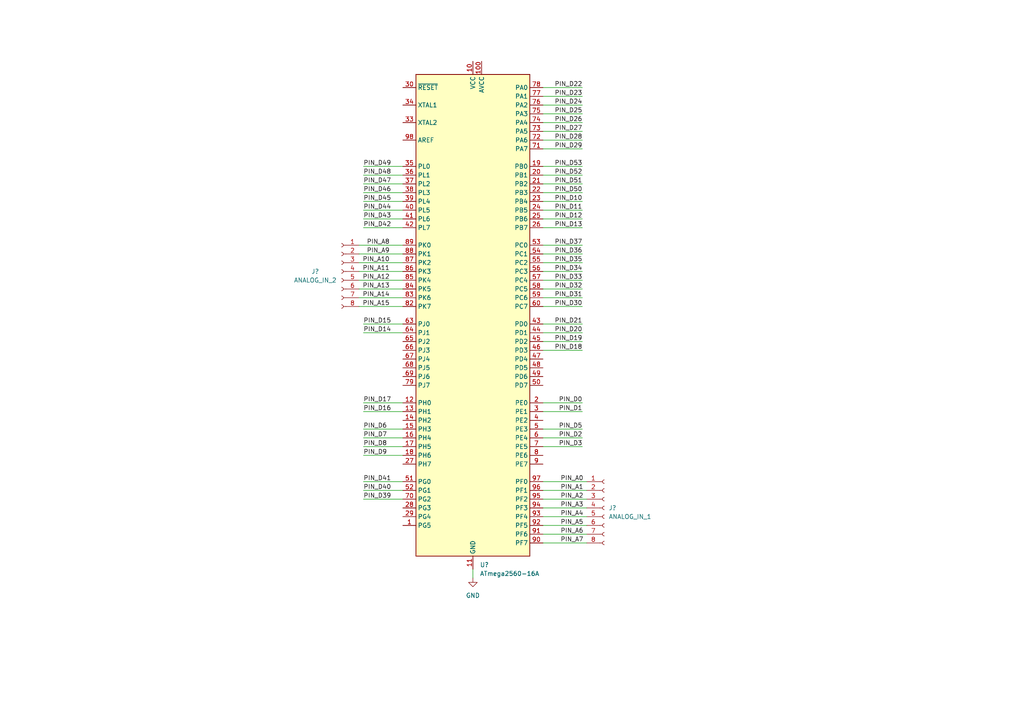
<source format=kicad_sch>
(kicad_sch (version 20211123) (generator eeschema)

  (uuid 6e1984d2-fbae-4159-9bd4-8259ad3fd15d)

  (paper "A4")

  (lib_symbols
    (symbol "Connector:Conn_01x08_Female" (pin_names (offset 1.016) hide) (in_bom yes) (on_board yes)
      (property "Reference" "J" (id 0) (at 0 10.16 0)
        (effects (font (size 1.27 1.27)))
      )
      (property "Value" "Conn_01x08_Female" (id 1) (at 0 -12.7 0)
        (effects (font (size 1.27 1.27)))
      )
      (property "Footprint" "" (id 2) (at 0 0 0)
        (effects (font (size 1.27 1.27)) hide)
      )
      (property "Datasheet" "~" (id 3) (at 0 0 0)
        (effects (font (size 1.27 1.27)) hide)
      )
      (property "ki_keywords" "connector" (id 4) (at 0 0 0)
        (effects (font (size 1.27 1.27)) hide)
      )
      (property "ki_description" "Generic connector, single row, 01x08, script generated (kicad-library-utils/schlib/autogen/connector/)" (id 5) (at 0 0 0)
        (effects (font (size 1.27 1.27)) hide)
      )
      (property "ki_fp_filters" "Connector*:*_1x??_*" (id 6) (at 0 0 0)
        (effects (font (size 1.27 1.27)) hide)
      )
      (symbol "Conn_01x08_Female_1_1"
        (arc (start 0 -9.652) (mid -0.508 -10.16) (end 0 -10.668)
          (stroke (width 0.1524) (type default) (color 0 0 0 0))
          (fill (type none))
        )
        (arc (start 0 -7.112) (mid -0.508 -7.62) (end 0 -8.128)
          (stroke (width 0.1524) (type default) (color 0 0 0 0))
          (fill (type none))
        )
        (arc (start 0 -4.572) (mid -0.508 -5.08) (end 0 -5.588)
          (stroke (width 0.1524) (type default) (color 0 0 0 0))
          (fill (type none))
        )
        (arc (start 0 -2.032) (mid -0.508 -2.54) (end 0 -3.048)
          (stroke (width 0.1524) (type default) (color 0 0 0 0))
          (fill (type none))
        )
        (polyline
          (pts
            (xy -1.27 -10.16)
            (xy -0.508 -10.16)
          )
          (stroke (width 0.1524) (type default) (color 0 0 0 0))
          (fill (type none))
        )
        (polyline
          (pts
            (xy -1.27 -7.62)
            (xy -0.508 -7.62)
          )
          (stroke (width 0.1524) (type default) (color 0 0 0 0))
          (fill (type none))
        )
        (polyline
          (pts
            (xy -1.27 -5.08)
            (xy -0.508 -5.08)
          )
          (stroke (width 0.1524) (type default) (color 0 0 0 0))
          (fill (type none))
        )
        (polyline
          (pts
            (xy -1.27 -2.54)
            (xy -0.508 -2.54)
          )
          (stroke (width 0.1524) (type default) (color 0 0 0 0))
          (fill (type none))
        )
        (polyline
          (pts
            (xy -1.27 0)
            (xy -0.508 0)
          )
          (stroke (width 0.1524) (type default) (color 0 0 0 0))
          (fill (type none))
        )
        (polyline
          (pts
            (xy -1.27 2.54)
            (xy -0.508 2.54)
          )
          (stroke (width 0.1524) (type default) (color 0 0 0 0))
          (fill (type none))
        )
        (polyline
          (pts
            (xy -1.27 5.08)
            (xy -0.508 5.08)
          )
          (stroke (width 0.1524) (type default) (color 0 0 0 0))
          (fill (type none))
        )
        (polyline
          (pts
            (xy -1.27 7.62)
            (xy -0.508 7.62)
          )
          (stroke (width 0.1524) (type default) (color 0 0 0 0))
          (fill (type none))
        )
        (arc (start 0 0.508) (mid -0.508 0) (end 0 -0.508)
          (stroke (width 0.1524) (type default) (color 0 0 0 0))
          (fill (type none))
        )
        (arc (start 0 3.048) (mid -0.508 2.54) (end 0 2.032)
          (stroke (width 0.1524) (type default) (color 0 0 0 0))
          (fill (type none))
        )
        (arc (start 0 5.588) (mid -0.508 5.08) (end 0 4.572)
          (stroke (width 0.1524) (type default) (color 0 0 0 0))
          (fill (type none))
        )
        (arc (start 0 8.128) (mid -0.508 7.62) (end 0 7.112)
          (stroke (width 0.1524) (type default) (color 0 0 0 0))
          (fill (type none))
        )
        (pin passive line (at -5.08 7.62 0) (length 3.81)
          (name "Pin_1" (effects (font (size 1.27 1.27))))
          (number "1" (effects (font (size 1.27 1.27))))
        )
        (pin passive line (at -5.08 5.08 0) (length 3.81)
          (name "Pin_2" (effects (font (size 1.27 1.27))))
          (number "2" (effects (font (size 1.27 1.27))))
        )
        (pin passive line (at -5.08 2.54 0) (length 3.81)
          (name "Pin_3" (effects (font (size 1.27 1.27))))
          (number "3" (effects (font (size 1.27 1.27))))
        )
        (pin passive line (at -5.08 0 0) (length 3.81)
          (name "Pin_4" (effects (font (size 1.27 1.27))))
          (number "4" (effects (font (size 1.27 1.27))))
        )
        (pin passive line (at -5.08 -2.54 0) (length 3.81)
          (name "Pin_5" (effects (font (size 1.27 1.27))))
          (number "5" (effects (font (size 1.27 1.27))))
        )
        (pin passive line (at -5.08 -5.08 0) (length 3.81)
          (name "Pin_6" (effects (font (size 1.27 1.27))))
          (number "6" (effects (font (size 1.27 1.27))))
        )
        (pin passive line (at -5.08 -7.62 0) (length 3.81)
          (name "Pin_7" (effects (font (size 1.27 1.27))))
          (number "7" (effects (font (size 1.27 1.27))))
        )
        (pin passive line (at -5.08 -10.16 0) (length 3.81)
          (name "Pin_8" (effects (font (size 1.27 1.27))))
          (number "8" (effects (font (size 1.27 1.27))))
        )
      )
    )
    (symbol "MCU_Microchip_ATmega:ATmega2560-16A" (in_bom yes) (on_board yes)
      (property "Reference" "U" (id 0) (at 0 1.27 0)
        (effects (font (size 1.27 1.27)) (justify bottom))
      )
      (property "Value" "ATmega2560-16A" (id 1) (at 0 -1.27 0)
        (effects (font (size 1.27 1.27)) (justify top))
      )
      (property "Footprint" "Package_QFP:TQFP-100_14x14mm_P0.5mm" (id 2) (at 0 0 0)
        (effects (font (size 1.27 1.27) italic) hide)
      )
      (property "Datasheet" "http://ww1.microchip.com/downloads/en/DeviceDoc/Atmel-2549-8-bit-AVR-Microcontroller-ATmega640-1280-1281-2560-2561_datasheet.pdf" (id 3) (at 0 0 0)
        (effects (font (size 1.27 1.27)) hide)
      )
      (property "ki_keywords" "AVR 8bit Microcontroller MegaAVR" (id 4) (at 0 0 0)
        (effects (font (size 1.27 1.27)) hide)
      )
      (property "ki_description" "16MHz, 256kB Flash, 8kB SRAM, 4kB EEPROM, JTAG, TQFP-100" (id 5) (at 0 0 0)
        (effects (font (size 1.27 1.27)) hide)
      )
      (property "ki_fp_filters" "TQFP*14x14mm*P0.5mm*" (id 6) (at 0 0 0)
        (effects (font (size 1.27 1.27)) hide)
      )
      (symbol "ATmega2560-16A_0_1"
        (rectangle (start -16.51 -69.85) (end 16.51 69.85)
          (stroke (width 0.254) (type default) (color 0 0 0 0))
          (fill (type background))
        )
      )
      (symbol "ATmega2560-16A_1_1"
        (pin bidirectional line (at -20.32 -60.96 0) (length 3.81)
          (name "PG5" (effects (font (size 1.27 1.27))))
          (number "1" (effects (font (size 1.27 1.27))))
        )
        (pin power_in line (at 0 73.66 270) (length 3.81)
          (name "VCC" (effects (font (size 1.27 1.27))))
          (number "10" (effects (font (size 1.27 1.27))))
        )
        (pin power_in line (at 2.54 73.66 270) (length 3.81)
          (name "AVCC" (effects (font (size 1.27 1.27))))
          (number "100" (effects (font (size 1.27 1.27))))
        )
        (pin power_in line (at 0 -73.66 90) (length 3.81)
          (name "GND" (effects (font (size 1.27 1.27))))
          (number "11" (effects (font (size 1.27 1.27))))
        )
        (pin bidirectional line (at -20.32 -25.4 0) (length 3.81)
          (name "PH0" (effects (font (size 1.27 1.27))))
          (number "12" (effects (font (size 1.27 1.27))))
        )
        (pin bidirectional line (at -20.32 -27.94 0) (length 3.81)
          (name "PH1" (effects (font (size 1.27 1.27))))
          (number "13" (effects (font (size 1.27 1.27))))
        )
        (pin bidirectional line (at -20.32 -30.48 0) (length 3.81)
          (name "PH2" (effects (font (size 1.27 1.27))))
          (number "14" (effects (font (size 1.27 1.27))))
        )
        (pin bidirectional line (at -20.32 -33.02 0) (length 3.81)
          (name "PH3" (effects (font (size 1.27 1.27))))
          (number "15" (effects (font (size 1.27 1.27))))
        )
        (pin bidirectional line (at -20.32 -35.56 0) (length 3.81)
          (name "PH4" (effects (font (size 1.27 1.27))))
          (number "16" (effects (font (size 1.27 1.27))))
        )
        (pin bidirectional line (at -20.32 -38.1 0) (length 3.81)
          (name "PH5" (effects (font (size 1.27 1.27))))
          (number "17" (effects (font (size 1.27 1.27))))
        )
        (pin bidirectional line (at -20.32 -40.64 0) (length 3.81)
          (name "PH6" (effects (font (size 1.27 1.27))))
          (number "18" (effects (font (size 1.27 1.27))))
        )
        (pin bidirectional line (at 20.32 43.18 180) (length 3.81)
          (name "PB0" (effects (font (size 1.27 1.27))))
          (number "19" (effects (font (size 1.27 1.27))))
        )
        (pin bidirectional line (at 20.32 -25.4 180) (length 3.81)
          (name "PE0" (effects (font (size 1.27 1.27))))
          (number "2" (effects (font (size 1.27 1.27))))
        )
        (pin bidirectional line (at 20.32 40.64 180) (length 3.81)
          (name "PB1" (effects (font (size 1.27 1.27))))
          (number "20" (effects (font (size 1.27 1.27))))
        )
        (pin bidirectional line (at 20.32 38.1 180) (length 3.81)
          (name "PB2" (effects (font (size 1.27 1.27))))
          (number "21" (effects (font (size 1.27 1.27))))
        )
        (pin bidirectional line (at 20.32 35.56 180) (length 3.81)
          (name "PB3" (effects (font (size 1.27 1.27))))
          (number "22" (effects (font (size 1.27 1.27))))
        )
        (pin bidirectional line (at 20.32 33.02 180) (length 3.81)
          (name "PB4" (effects (font (size 1.27 1.27))))
          (number "23" (effects (font (size 1.27 1.27))))
        )
        (pin bidirectional line (at 20.32 30.48 180) (length 3.81)
          (name "PB5" (effects (font (size 1.27 1.27))))
          (number "24" (effects (font (size 1.27 1.27))))
        )
        (pin bidirectional line (at 20.32 27.94 180) (length 3.81)
          (name "PB6" (effects (font (size 1.27 1.27))))
          (number "25" (effects (font (size 1.27 1.27))))
        )
        (pin bidirectional line (at 20.32 25.4 180) (length 3.81)
          (name "PB7" (effects (font (size 1.27 1.27))))
          (number "26" (effects (font (size 1.27 1.27))))
        )
        (pin bidirectional line (at -20.32 -43.18 0) (length 3.81)
          (name "PH7" (effects (font (size 1.27 1.27))))
          (number "27" (effects (font (size 1.27 1.27))))
        )
        (pin bidirectional line (at -20.32 -55.88 0) (length 3.81)
          (name "PG3" (effects (font (size 1.27 1.27))))
          (number "28" (effects (font (size 1.27 1.27))))
        )
        (pin bidirectional line (at -20.32 -58.42 0) (length 3.81)
          (name "PG4" (effects (font (size 1.27 1.27))))
          (number "29" (effects (font (size 1.27 1.27))))
        )
        (pin bidirectional line (at 20.32 -27.94 180) (length 3.81)
          (name "PE1" (effects (font (size 1.27 1.27))))
          (number "3" (effects (font (size 1.27 1.27))))
        )
        (pin input line (at -20.32 66.04 0) (length 3.81)
          (name "~{RESET}" (effects (font (size 1.27 1.27))))
          (number "30" (effects (font (size 1.27 1.27))))
        )
        (pin passive line (at 0 73.66 270) (length 3.81) hide
          (name "VCC" (effects (font (size 1.27 1.27))))
          (number "31" (effects (font (size 1.27 1.27))))
        )
        (pin passive line (at 0 -73.66 90) (length 3.81) hide
          (name "GND" (effects (font (size 1.27 1.27))))
          (number "32" (effects (font (size 1.27 1.27))))
        )
        (pin output line (at -20.32 55.88 0) (length 3.81)
          (name "XTAL2" (effects (font (size 1.27 1.27))))
          (number "33" (effects (font (size 1.27 1.27))))
        )
        (pin input line (at -20.32 60.96 0) (length 3.81)
          (name "XTAL1" (effects (font (size 1.27 1.27))))
          (number "34" (effects (font (size 1.27 1.27))))
        )
        (pin bidirectional line (at -20.32 43.18 0) (length 3.81)
          (name "PL0" (effects (font (size 1.27 1.27))))
          (number "35" (effects (font (size 1.27 1.27))))
        )
        (pin bidirectional line (at -20.32 40.64 0) (length 3.81)
          (name "PL1" (effects (font (size 1.27 1.27))))
          (number "36" (effects (font (size 1.27 1.27))))
        )
        (pin bidirectional line (at -20.32 38.1 0) (length 3.81)
          (name "PL2" (effects (font (size 1.27 1.27))))
          (number "37" (effects (font (size 1.27 1.27))))
        )
        (pin bidirectional line (at -20.32 35.56 0) (length 3.81)
          (name "PL3" (effects (font (size 1.27 1.27))))
          (number "38" (effects (font (size 1.27 1.27))))
        )
        (pin bidirectional line (at -20.32 33.02 0) (length 3.81)
          (name "PL4" (effects (font (size 1.27 1.27))))
          (number "39" (effects (font (size 1.27 1.27))))
        )
        (pin bidirectional line (at 20.32 -30.48 180) (length 3.81)
          (name "PE2" (effects (font (size 1.27 1.27))))
          (number "4" (effects (font (size 1.27 1.27))))
        )
        (pin bidirectional line (at -20.32 30.48 0) (length 3.81)
          (name "PL5" (effects (font (size 1.27 1.27))))
          (number "40" (effects (font (size 1.27 1.27))))
        )
        (pin bidirectional line (at -20.32 27.94 0) (length 3.81)
          (name "PL6" (effects (font (size 1.27 1.27))))
          (number "41" (effects (font (size 1.27 1.27))))
        )
        (pin bidirectional line (at -20.32 25.4 0) (length 3.81)
          (name "PL7" (effects (font (size 1.27 1.27))))
          (number "42" (effects (font (size 1.27 1.27))))
        )
        (pin bidirectional line (at 20.32 -2.54 180) (length 3.81)
          (name "PD0" (effects (font (size 1.27 1.27))))
          (number "43" (effects (font (size 1.27 1.27))))
        )
        (pin bidirectional line (at 20.32 -5.08 180) (length 3.81)
          (name "PD1" (effects (font (size 1.27 1.27))))
          (number "44" (effects (font (size 1.27 1.27))))
        )
        (pin bidirectional line (at 20.32 -7.62 180) (length 3.81)
          (name "PD2" (effects (font (size 1.27 1.27))))
          (number "45" (effects (font (size 1.27 1.27))))
        )
        (pin bidirectional line (at 20.32 -10.16 180) (length 3.81)
          (name "PD3" (effects (font (size 1.27 1.27))))
          (number "46" (effects (font (size 1.27 1.27))))
        )
        (pin bidirectional line (at 20.32 -12.7 180) (length 3.81)
          (name "PD4" (effects (font (size 1.27 1.27))))
          (number "47" (effects (font (size 1.27 1.27))))
        )
        (pin bidirectional line (at 20.32 -15.24 180) (length 3.81)
          (name "PD5" (effects (font (size 1.27 1.27))))
          (number "48" (effects (font (size 1.27 1.27))))
        )
        (pin bidirectional line (at 20.32 -17.78 180) (length 3.81)
          (name "PD6" (effects (font (size 1.27 1.27))))
          (number "49" (effects (font (size 1.27 1.27))))
        )
        (pin bidirectional line (at 20.32 -33.02 180) (length 3.81)
          (name "PE3" (effects (font (size 1.27 1.27))))
          (number "5" (effects (font (size 1.27 1.27))))
        )
        (pin bidirectional line (at 20.32 -20.32 180) (length 3.81)
          (name "PD7" (effects (font (size 1.27 1.27))))
          (number "50" (effects (font (size 1.27 1.27))))
        )
        (pin bidirectional line (at -20.32 -48.26 0) (length 3.81)
          (name "PG0" (effects (font (size 1.27 1.27))))
          (number "51" (effects (font (size 1.27 1.27))))
        )
        (pin bidirectional line (at -20.32 -50.8 0) (length 3.81)
          (name "PG1" (effects (font (size 1.27 1.27))))
          (number "52" (effects (font (size 1.27 1.27))))
        )
        (pin bidirectional line (at 20.32 20.32 180) (length 3.81)
          (name "PC0" (effects (font (size 1.27 1.27))))
          (number "53" (effects (font (size 1.27 1.27))))
        )
        (pin bidirectional line (at 20.32 17.78 180) (length 3.81)
          (name "PC1" (effects (font (size 1.27 1.27))))
          (number "54" (effects (font (size 1.27 1.27))))
        )
        (pin bidirectional line (at 20.32 15.24 180) (length 3.81)
          (name "PC2" (effects (font (size 1.27 1.27))))
          (number "55" (effects (font (size 1.27 1.27))))
        )
        (pin bidirectional line (at 20.32 12.7 180) (length 3.81)
          (name "PC3" (effects (font (size 1.27 1.27))))
          (number "56" (effects (font (size 1.27 1.27))))
        )
        (pin bidirectional line (at 20.32 10.16 180) (length 3.81)
          (name "PC4" (effects (font (size 1.27 1.27))))
          (number "57" (effects (font (size 1.27 1.27))))
        )
        (pin bidirectional line (at 20.32 7.62 180) (length 3.81)
          (name "PC5" (effects (font (size 1.27 1.27))))
          (number "58" (effects (font (size 1.27 1.27))))
        )
        (pin bidirectional line (at 20.32 5.08 180) (length 3.81)
          (name "PC6" (effects (font (size 1.27 1.27))))
          (number "59" (effects (font (size 1.27 1.27))))
        )
        (pin bidirectional line (at 20.32 -35.56 180) (length 3.81)
          (name "PE4" (effects (font (size 1.27 1.27))))
          (number "6" (effects (font (size 1.27 1.27))))
        )
        (pin bidirectional line (at 20.32 2.54 180) (length 3.81)
          (name "PC7" (effects (font (size 1.27 1.27))))
          (number "60" (effects (font (size 1.27 1.27))))
        )
        (pin passive line (at 0 73.66 270) (length 3.81) hide
          (name "VCC" (effects (font (size 1.27 1.27))))
          (number "61" (effects (font (size 1.27 1.27))))
        )
        (pin passive line (at 0 -73.66 90) (length 3.81) hide
          (name "GND" (effects (font (size 1.27 1.27))))
          (number "62" (effects (font (size 1.27 1.27))))
        )
        (pin bidirectional line (at -20.32 -2.54 0) (length 3.81)
          (name "PJ0" (effects (font (size 1.27 1.27))))
          (number "63" (effects (font (size 1.27 1.27))))
        )
        (pin bidirectional line (at -20.32 -5.08 0) (length 3.81)
          (name "PJ1" (effects (font (size 1.27 1.27))))
          (number "64" (effects (font (size 1.27 1.27))))
        )
        (pin bidirectional line (at -20.32 -7.62 0) (length 3.81)
          (name "PJ2" (effects (font (size 1.27 1.27))))
          (number "65" (effects (font (size 1.27 1.27))))
        )
        (pin bidirectional line (at -20.32 -10.16 0) (length 3.81)
          (name "PJ3" (effects (font (size 1.27 1.27))))
          (number "66" (effects (font (size 1.27 1.27))))
        )
        (pin bidirectional line (at -20.32 -12.7 0) (length 3.81)
          (name "PJ4" (effects (font (size 1.27 1.27))))
          (number "67" (effects (font (size 1.27 1.27))))
        )
        (pin bidirectional line (at -20.32 -15.24 0) (length 3.81)
          (name "PJ5" (effects (font (size 1.27 1.27))))
          (number "68" (effects (font (size 1.27 1.27))))
        )
        (pin bidirectional line (at -20.32 -17.78 0) (length 3.81)
          (name "PJ6" (effects (font (size 1.27 1.27))))
          (number "69" (effects (font (size 1.27 1.27))))
        )
        (pin bidirectional line (at 20.32 -38.1 180) (length 3.81)
          (name "PE5" (effects (font (size 1.27 1.27))))
          (number "7" (effects (font (size 1.27 1.27))))
        )
        (pin bidirectional line (at -20.32 -53.34 0) (length 3.81)
          (name "PG2" (effects (font (size 1.27 1.27))))
          (number "70" (effects (font (size 1.27 1.27))))
        )
        (pin bidirectional line (at 20.32 48.26 180) (length 3.81)
          (name "PA7" (effects (font (size 1.27 1.27))))
          (number "71" (effects (font (size 1.27 1.27))))
        )
        (pin bidirectional line (at 20.32 50.8 180) (length 3.81)
          (name "PA6" (effects (font (size 1.27 1.27))))
          (number "72" (effects (font (size 1.27 1.27))))
        )
        (pin bidirectional line (at 20.32 53.34 180) (length 3.81)
          (name "PA5" (effects (font (size 1.27 1.27))))
          (number "73" (effects (font (size 1.27 1.27))))
        )
        (pin bidirectional line (at 20.32 55.88 180) (length 3.81)
          (name "PA4" (effects (font (size 1.27 1.27))))
          (number "74" (effects (font (size 1.27 1.27))))
        )
        (pin bidirectional line (at 20.32 58.42 180) (length 3.81)
          (name "PA3" (effects (font (size 1.27 1.27))))
          (number "75" (effects (font (size 1.27 1.27))))
        )
        (pin bidirectional line (at 20.32 60.96 180) (length 3.81)
          (name "PA2" (effects (font (size 1.27 1.27))))
          (number "76" (effects (font (size 1.27 1.27))))
        )
        (pin bidirectional line (at 20.32 63.5 180) (length 3.81)
          (name "PA1" (effects (font (size 1.27 1.27))))
          (number "77" (effects (font (size 1.27 1.27))))
        )
        (pin bidirectional line (at 20.32 66.04 180) (length 3.81)
          (name "PA0" (effects (font (size 1.27 1.27))))
          (number "78" (effects (font (size 1.27 1.27))))
        )
        (pin bidirectional line (at -20.32 -20.32 0) (length 3.81)
          (name "PJ7" (effects (font (size 1.27 1.27))))
          (number "79" (effects (font (size 1.27 1.27))))
        )
        (pin bidirectional line (at 20.32 -40.64 180) (length 3.81)
          (name "PE6" (effects (font (size 1.27 1.27))))
          (number "8" (effects (font (size 1.27 1.27))))
        )
        (pin passive line (at 0 73.66 270) (length 3.81) hide
          (name "VCC" (effects (font (size 1.27 1.27))))
          (number "80" (effects (font (size 1.27 1.27))))
        )
        (pin passive line (at 0 -73.66 90) (length 3.81) hide
          (name "GND" (effects (font (size 1.27 1.27))))
          (number "81" (effects (font (size 1.27 1.27))))
        )
        (pin bidirectional line (at -20.32 2.54 0) (length 3.81)
          (name "PK7" (effects (font (size 1.27 1.27))))
          (number "82" (effects (font (size 1.27 1.27))))
        )
        (pin bidirectional line (at -20.32 5.08 0) (length 3.81)
          (name "PK6" (effects (font (size 1.27 1.27))))
          (number "83" (effects (font (size 1.27 1.27))))
        )
        (pin bidirectional line (at -20.32 7.62 0) (length 3.81)
          (name "PK5" (effects (font (size 1.27 1.27))))
          (number "84" (effects (font (size 1.27 1.27))))
        )
        (pin bidirectional line (at -20.32 10.16 0) (length 3.81)
          (name "PK4" (effects (font (size 1.27 1.27))))
          (number "85" (effects (font (size 1.27 1.27))))
        )
        (pin bidirectional line (at -20.32 12.7 0) (length 3.81)
          (name "PK3" (effects (font (size 1.27 1.27))))
          (number "86" (effects (font (size 1.27 1.27))))
        )
        (pin bidirectional line (at -20.32 15.24 0) (length 3.81)
          (name "PK2" (effects (font (size 1.27 1.27))))
          (number "87" (effects (font (size 1.27 1.27))))
        )
        (pin bidirectional line (at -20.32 17.78 0) (length 3.81)
          (name "PK1" (effects (font (size 1.27 1.27))))
          (number "88" (effects (font (size 1.27 1.27))))
        )
        (pin bidirectional line (at -20.32 20.32 0) (length 3.81)
          (name "PK0" (effects (font (size 1.27 1.27))))
          (number "89" (effects (font (size 1.27 1.27))))
        )
        (pin bidirectional line (at 20.32 -43.18 180) (length 3.81)
          (name "PE7" (effects (font (size 1.27 1.27))))
          (number "9" (effects (font (size 1.27 1.27))))
        )
        (pin bidirectional line (at 20.32 -66.04 180) (length 3.81)
          (name "PF7" (effects (font (size 1.27 1.27))))
          (number "90" (effects (font (size 1.27 1.27))))
        )
        (pin bidirectional line (at 20.32 -63.5 180) (length 3.81)
          (name "PF6" (effects (font (size 1.27 1.27))))
          (number "91" (effects (font (size 1.27 1.27))))
        )
        (pin bidirectional line (at 20.32 -60.96 180) (length 3.81)
          (name "PF5" (effects (font (size 1.27 1.27))))
          (number "92" (effects (font (size 1.27 1.27))))
        )
        (pin bidirectional line (at 20.32 -58.42 180) (length 3.81)
          (name "PF4" (effects (font (size 1.27 1.27))))
          (number "93" (effects (font (size 1.27 1.27))))
        )
        (pin bidirectional line (at 20.32 -55.88 180) (length 3.81)
          (name "PF3" (effects (font (size 1.27 1.27))))
          (number "94" (effects (font (size 1.27 1.27))))
        )
        (pin bidirectional line (at 20.32 -53.34 180) (length 3.81)
          (name "PF2" (effects (font (size 1.27 1.27))))
          (number "95" (effects (font (size 1.27 1.27))))
        )
        (pin bidirectional line (at 20.32 -50.8 180) (length 3.81)
          (name "PF1" (effects (font (size 1.27 1.27))))
          (number "96" (effects (font (size 1.27 1.27))))
        )
        (pin bidirectional line (at 20.32 -48.26 180) (length 3.81)
          (name "PF0" (effects (font (size 1.27 1.27))))
          (number "97" (effects (font (size 1.27 1.27))))
        )
        (pin passive line (at -20.32 50.8 0) (length 3.81)
          (name "AREF" (effects (font (size 1.27 1.27))))
          (number "98" (effects (font (size 1.27 1.27))))
        )
        (pin passive line (at 0 -73.66 90) (length 3.81) hide
          (name "GND" (effects (font (size 1.27 1.27))))
          (number "99" (effects (font (size 1.27 1.27))))
        )
      )
    )
    (symbol "power:GND" (power) (pin_names (offset 0)) (in_bom yes) (on_board yes)
      (property "Reference" "#PWR" (id 0) (at 0 -6.35 0)
        (effects (font (size 1.27 1.27)) hide)
      )
      (property "Value" "GND" (id 1) (at 0 -3.81 0)
        (effects (font (size 1.27 1.27)))
      )
      (property "Footprint" "" (id 2) (at 0 0 0)
        (effects (font (size 1.27 1.27)) hide)
      )
      (property "Datasheet" "" (id 3) (at 0 0 0)
        (effects (font (size 1.27 1.27)) hide)
      )
      (property "ki_keywords" "power-flag" (id 4) (at 0 0 0)
        (effects (font (size 1.27 1.27)) hide)
      )
      (property "ki_description" "Power symbol creates a global label with name \"GND\" , ground" (id 5) (at 0 0 0)
        (effects (font (size 1.27 1.27)) hide)
      )
      (symbol "GND_0_1"
        (polyline
          (pts
            (xy 0 0)
            (xy 0 -1.27)
            (xy 1.27 -1.27)
            (xy 0 -2.54)
            (xy -1.27 -1.27)
            (xy 0 -1.27)
          )
          (stroke (width 0) (type default) (color 0 0 0 0))
          (fill (type none))
        )
      )
      (symbol "GND_1_1"
        (pin power_in line (at 0 0 270) (length 0) hide
          (name "GND" (effects (font (size 1.27 1.27))))
          (number "1" (effects (font (size 1.27 1.27))))
        )
      )
    )
  )


  (wire (pts (xy 157.48 30.48) (xy 168.91 30.48))
    (stroke (width 0) (type default) (color 0 0 0 0))
    (uuid 013ab22b-f9a3-489a-8722-479575bf8dc7)
  )
  (wire (pts (xy 116.84 83.82) (xy 104.14 83.82))
    (stroke (width 0) (type default) (color 0 0 0 0))
    (uuid 064e7001-a51d-4b8c-9787-30bf3d01a648)
  )
  (wire (pts (xy 157.48 119.38) (xy 168.91 119.38))
    (stroke (width 0) (type default) (color 0 0 0 0))
    (uuid 0bdde73e-55c1-43b6-baa4-7536b5f85b34)
  )
  (wire (pts (xy 105.41 144.78) (xy 116.84 144.78))
    (stroke (width 0) (type default) (color 0 0 0 0))
    (uuid 0c8ee864-bcaa-4701-8d75-04387cc5f8e0)
  )
  (wire (pts (xy 157.48 66.04) (xy 168.91 66.04))
    (stroke (width 0) (type default) (color 0 0 0 0))
    (uuid 131d94b2-ebce-45af-a862-d94e30b6e99a)
  )
  (wire (pts (xy 105.41 96.52) (xy 116.84 96.52))
    (stroke (width 0) (type default) (color 0 0 0 0))
    (uuid 1714d94f-e6d6-4f55-a750-faed09cc43d1)
  )
  (wire (pts (xy 116.84 88.9) (xy 104.14 88.9))
    (stroke (width 0) (type default) (color 0 0 0 0))
    (uuid 18101228-f75f-477b-bcd7-04c238c1512c)
  )
  (wire (pts (xy 157.48 78.74) (xy 168.91 78.74))
    (stroke (width 0) (type default) (color 0 0 0 0))
    (uuid 1b3a46b6-d694-41d9-9a50-89b8165428bd)
  )
  (wire (pts (xy 157.48 55.88) (xy 168.91 55.88))
    (stroke (width 0) (type default) (color 0 0 0 0))
    (uuid 1eba7275-d9fb-4007-9bec-bd352259b9e3)
  )
  (wire (pts (xy 137.16 165.1) (xy 137.16 167.64))
    (stroke (width 0) (type default) (color 0 0 0 0))
    (uuid 2317a877-9ca5-4856-a807-28a4d8186a63)
  )
  (wire (pts (xy 157.48 101.6) (xy 168.91 101.6))
    (stroke (width 0) (type default) (color 0 0 0 0))
    (uuid 2f8245ed-4938-441c-afd8-4dd3cc5bb072)
  )
  (wire (pts (xy 157.48 53.34) (xy 168.91 53.34))
    (stroke (width 0) (type default) (color 0 0 0 0))
    (uuid 341f7b15-fd3c-45bc-953d-ce0eb9a8e481)
  )
  (wire (pts (xy 105.41 127) (xy 116.84 127))
    (stroke (width 0) (type default) (color 0 0 0 0))
    (uuid 35622744-2d11-4b39-a1c9-3fa83658e0d3)
  )
  (wire (pts (xy 105.41 116.84) (xy 116.84 116.84))
    (stroke (width 0) (type default) (color 0 0 0 0))
    (uuid 3f026646-3955-4d0b-8985-ce9036c712d9)
  )
  (wire (pts (xy 157.48 27.94) (xy 168.91 27.94))
    (stroke (width 0) (type default) (color 0 0 0 0))
    (uuid 3f23cdf3-1d34-4f85-b221-eeb0b6146bd5)
  )
  (wire (pts (xy 157.48 25.4) (xy 168.91 25.4))
    (stroke (width 0) (type default) (color 0 0 0 0))
    (uuid 42a2b09c-04d0-4642-9cf9-96d1d9a7a81f)
  )
  (wire (pts (xy 157.48 76.2) (xy 168.91 76.2))
    (stroke (width 0) (type default) (color 0 0 0 0))
    (uuid 437bb6f8-f29b-420b-805d-63016f3491f5)
  )
  (wire (pts (xy 157.48 99.06) (xy 168.91 99.06))
    (stroke (width 0) (type default) (color 0 0 0 0))
    (uuid 45a38ccc-c843-4a73-a9d0-ad5d01430796)
  )
  (wire (pts (xy 105.41 60.96) (xy 116.84 60.96))
    (stroke (width 0) (type default) (color 0 0 0 0))
    (uuid 4626c796-e2c4-47b1-a825-64be3c9f813c)
  )
  (wire (pts (xy 105.41 63.5) (xy 116.84 63.5))
    (stroke (width 0) (type default) (color 0 0 0 0))
    (uuid 48bdb46d-13e0-4419-84fe-4f4310bfdc8c)
  )
  (wire (pts (xy 105.41 53.34) (xy 116.84 53.34))
    (stroke (width 0) (type default) (color 0 0 0 0))
    (uuid 4cc991cd-8cb7-421b-ac67-0f6bb8ea90d8)
  )
  (wire (pts (xy 157.48 60.96) (xy 168.91 60.96))
    (stroke (width 0) (type default) (color 0 0 0 0))
    (uuid 565819c8-a6fb-47bd-9cc2-bf1223b454c6)
  )
  (wire (pts (xy 157.48 124.46) (xy 168.91 124.46))
    (stroke (width 0) (type default) (color 0 0 0 0))
    (uuid 5dccd954-ffc4-4ad4-b297-cbf975b2b087)
  )
  (wire (pts (xy 105.41 93.98) (xy 116.84 93.98))
    (stroke (width 0) (type default) (color 0 0 0 0))
    (uuid 60ae0818-efe6-472c-a691-f7109abc8481)
  )
  (wire (pts (xy 157.48 48.26) (xy 168.91 48.26))
    (stroke (width 0) (type default) (color 0 0 0 0))
    (uuid 61851a95-41bd-4e80-a9d1-8b44dc609688)
  )
  (wire (pts (xy 157.48 38.1) (xy 168.91 38.1))
    (stroke (width 0) (type default) (color 0 0 0 0))
    (uuid 62224417-f0e6-4dd0-92c8-e48b37dfa1c0)
  )
  (wire (pts (xy 105.41 48.26) (xy 116.84 48.26))
    (stroke (width 0) (type default) (color 0 0 0 0))
    (uuid 66448c42-ef9e-4cd2-8814-2c6b4b3aa8a7)
  )
  (wire (pts (xy 105.41 129.54) (xy 116.84 129.54))
    (stroke (width 0) (type default) (color 0 0 0 0))
    (uuid 682f91b1-1942-485a-8557-1c92d737fae5)
  )
  (wire (pts (xy 157.48 142.24) (xy 170.18 142.24))
    (stroke (width 0) (type default) (color 0 0 0 0))
    (uuid 717ef740-4532-42c1-a072-63ac890d78d2)
  )
  (wire (pts (xy 157.48 152.4) (xy 170.18 152.4))
    (stroke (width 0) (type default) (color 0 0 0 0))
    (uuid 75ccf3a9-aea4-4d6c-916c-7b1a02e608fc)
  )
  (wire (pts (xy 105.41 124.46) (xy 116.84 124.46))
    (stroke (width 0) (type default) (color 0 0 0 0))
    (uuid 7c0bd170-6731-4c37-8099-f864db81f1f8)
  )
  (wire (pts (xy 105.41 58.42) (xy 116.84 58.42))
    (stroke (width 0) (type default) (color 0 0 0 0))
    (uuid 7fdf76b6-f92b-412a-999a-0f5fa87cdb5d)
  )
  (wire (pts (xy 105.41 66.04) (xy 116.84 66.04))
    (stroke (width 0) (type default) (color 0 0 0 0))
    (uuid 8154066e-2e08-47e4-b64a-80b02d414fc5)
  )
  (wire (pts (xy 157.48 71.12) (xy 168.91 71.12))
    (stroke (width 0) (type default) (color 0 0 0 0))
    (uuid 876056a8-5c96-4413-b3d0-982a40c39ab1)
  )
  (wire (pts (xy 157.48 43.18) (xy 168.91 43.18))
    (stroke (width 0) (type default) (color 0 0 0 0))
    (uuid 89c27f6e-1673-4adf-9dc5-fc595e700e10)
  )
  (wire (pts (xy 105.41 50.8) (xy 116.84 50.8))
    (stroke (width 0) (type default) (color 0 0 0 0))
    (uuid 8d151dd1-d381-43bf-b126-1933807bd99c)
  )
  (wire (pts (xy 157.48 33.02) (xy 168.91 33.02))
    (stroke (width 0) (type default) (color 0 0 0 0))
    (uuid 8f64df13-e245-495c-ad41-deff49f00ef5)
  )
  (wire (pts (xy 157.48 58.42) (xy 168.91 58.42))
    (stroke (width 0) (type default) (color 0 0 0 0))
    (uuid 93e20eb6-0c33-4511-864e-964b80c5de1e)
  )
  (wire (pts (xy 157.48 73.66) (xy 168.91 73.66))
    (stroke (width 0) (type default) (color 0 0 0 0))
    (uuid 977b8657-f010-4b49-a7bb-61645ed40bbd)
  )
  (wire (pts (xy 157.48 50.8) (xy 168.91 50.8))
    (stroke (width 0) (type default) (color 0 0 0 0))
    (uuid 9871e12b-d468-4540-a12f-ddd853c3b882)
  )
  (wire (pts (xy 105.41 119.38) (xy 116.84 119.38))
    (stroke (width 0) (type default) (color 0 0 0 0))
    (uuid 9a58060b-a955-40d6-87e9-dc910889a63e)
  )
  (wire (pts (xy 157.48 139.7) (xy 170.18 139.7))
    (stroke (width 0) (type default) (color 0 0 0 0))
    (uuid 9f1d1643-477b-43c4-92c5-82e65c9aa5b2)
  )
  (wire (pts (xy 157.48 116.84) (xy 168.91 116.84))
    (stroke (width 0) (type default) (color 0 0 0 0))
    (uuid a1bc4630-e820-4cdf-b1a4-7c2bea8d0225)
  )
  (wire (pts (xy 116.84 78.74) (xy 104.14 78.74))
    (stroke (width 0) (type default) (color 0 0 0 0))
    (uuid a49632a1-22ab-4f12-aa45-69819b15762f)
  )
  (wire (pts (xy 157.48 129.54) (xy 168.91 129.54))
    (stroke (width 0) (type default) (color 0 0 0 0))
    (uuid aa80b4d9-6928-4f5f-81ca-5cba0df7aa27)
  )
  (wire (pts (xy 105.41 139.7) (xy 116.84 139.7))
    (stroke (width 0) (type default) (color 0 0 0 0))
    (uuid ad6e4864-52db-4ba8-b42c-cad093c3e39e)
  )
  (wire (pts (xy 157.48 40.64) (xy 168.91 40.64))
    (stroke (width 0) (type default) (color 0 0 0 0))
    (uuid b2b17a6b-91d2-48b9-9812-a4975c8d1ebb)
  )
  (wire (pts (xy 105.41 55.88) (xy 116.84 55.88))
    (stroke (width 0) (type default) (color 0 0 0 0))
    (uuid b2c2b225-0ff2-4958-9f45-4d595e3ace43)
  )
  (wire (pts (xy 105.41 132.08) (xy 116.84 132.08))
    (stroke (width 0) (type default) (color 0 0 0 0))
    (uuid b4614c1d-3cef-400b-9f41-12f4c2d7d09c)
  )
  (wire (pts (xy 157.48 86.36) (xy 168.91 86.36))
    (stroke (width 0) (type default) (color 0 0 0 0))
    (uuid b59bc01a-91e5-4f74-9c19-0d82c17b6a41)
  )
  (wire (pts (xy 157.48 96.52) (xy 168.91 96.52))
    (stroke (width 0) (type default) (color 0 0 0 0))
    (uuid b717cc48-b4a0-4978-8f89-b2f02b69e361)
  )
  (wire (pts (xy 157.48 127) (xy 168.91 127))
    (stroke (width 0) (type default) (color 0 0 0 0))
    (uuid c0769850-6fda-4be3-8e40-6f0d9c07c367)
  )
  (wire (pts (xy 116.84 81.28) (xy 104.14 81.28))
    (stroke (width 0) (type default) (color 0 0 0 0))
    (uuid c2c5ce45-3269-475a-bb61-12b6e7a18664)
  )
  (wire (pts (xy 157.48 144.78) (xy 170.18 144.78))
    (stroke (width 0) (type default) (color 0 0 0 0))
    (uuid c58fe925-2ff1-4b9c-8ca3-5db753e17324)
  )
  (wire (pts (xy 157.48 35.56) (xy 168.91 35.56))
    (stroke (width 0) (type default) (color 0 0 0 0))
    (uuid cc20962f-74e5-49c3-afcc-40336853ba6a)
  )
  (wire (pts (xy 105.41 142.24) (xy 116.84 142.24))
    (stroke (width 0) (type default) (color 0 0 0 0))
    (uuid d11b4568-3a8e-4cdd-b184-93196677a5f8)
  )
  (wire (pts (xy 157.48 147.32) (xy 170.18 147.32))
    (stroke (width 0) (type default) (color 0 0 0 0))
    (uuid d1505ed2-ae54-4f0f-a0fb-7d5a35816720)
  )
  (wire (pts (xy 157.48 157.48) (xy 170.18 157.48))
    (stroke (width 0) (type default) (color 0 0 0 0))
    (uuid d63f6b58-8485-4520-9100-03131ed0b315)
  )
  (wire (pts (xy 157.48 63.5) (xy 168.91 63.5))
    (stroke (width 0) (type default) (color 0 0 0 0))
    (uuid d644acb4-2b82-49b4-a381-9cecc9cdb300)
  )
  (wire (pts (xy 157.48 83.82) (xy 168.91 83.82))
    (stroke (width 0) (type default) (color 0 0 0 0))
    (uuid dae485ed-c98f-4b60-be52-62d08c8ed23e)
  )
  (wire (pts (xy 157.48 81.28) (xy 168.91 81.28))
    (stroke (width 0) (type default) (color 0 0 0 0))
    (uuid dd5ad940-969a-44ec-98a3-20dda8b8effc)
  )
  (wire (pts (xy 157.48 154.94) (xy 170.18 154.94))
    (stroke (width 0) (type default) (color 0 0 0 0))
    (uuid de247a8d-34ad-4ae0-a2f8-2b62b63148a2)
  )
  (wire (pts (xy 157.48 149.86) (xy 170.18 149.86))
    (stroke (width 0) (type default) (color 0 0 0 0))
    (uuid e3467ea0-936b-44d7-8ebc-0027ad6324a7)
  )
  (wire (pts (xy 116.84 71.12) (xy 104.14 71.12))
    (stroke (width 0) (type default) (color 0 0 0 0))
    (uuid e7759cb3-ba8c-4a44-999f-4ecc820ed77e)
  )
  (wire (pts (xy 116.84 76.2) (xy 104.14 76.2))
    (stroke (width 0) (type default) (color 0 0 0 0))
    (uuid eadb7853-7a64-48dc-ba0a-030ee9a9d964)
  )
  (wire (pts (xy 116.84 86.36) (xy 104.14 86.36))
    (stroke (width 0) (type default) (color 0 0 0 0))
    (uuid eda32824-7f65-4f6b-a133-4bee0309b7af)
  )
  (wire (pts (xy 157.48 93.98) (xy 168.91 93.98))
    (stroke (width 0) (type default) (color 0 0 0 0))
    (uuid eeadf7c5-3a24-4399-99b7-0ea3088fb7d8)
  )
  (wire (pts (xy 116.84 73.66) (xy 104.14 73.66))
    (stroke (width 0) (type default) (color 0 0 0 0))
    (uuid f30643d8-a6c0-4d89-a608-84b48255fb86)
  )
  (wire (pts (xy 157.48 88.9) (xy 168.91 88.9))
    (stroke (width 0) (type default) (color 0 0 0 0))
    (uuid f4f06090-66eb-45e2-82e3-025003068444)
  )

  (label "PIN_D10" (at 168.91 58.42 180)
    (effects (font (size 1.27 1.27)) (justify right bottom))
    (uuid 02be469e-5612-4229-bbc5-ad9082055eae)
  )
  (label "PIN_D36" (at 168.91 73.66 180)
    (effects (font (size 1.27 1.27)) (justify right bottom))
    (uuid 185ac46a-c341-4589-abd2-d0af1059914a)
  )
  (label "PIN_D45" (at 105.41 58.42 0)
    (effects (font (size 1.27 1.27)) (justify left bottom))
    (uuid 19af7463-4e5f-440e-b998-52113d1dd6ab)
  )
  (label "PIN_A12" (at 113.03 81.28 180)
    (effects (font (size 1.27 1.27)) (justify right bottom))
    (uuid 25d0a551-ada3-44c4-b96c-7a17af8125fe)
  )
  (label "PIN_D32" (at 168.91 83.82 180)
    (effects (font (size 1.27 1.27)) (justify right bottom))
    (uuid 29e9c5a8-5d77-4d1f-b70c-6e09461b6a7b)
  )
  (label "PIN_D51" (at 168.91 53.34 180)
    (effects (font (size 1.27 1.27)) (justify right bottom))
    (uuid 2a4883a6-b2aa-4753-8d69-6997ebea68b9)
  )
  (label "PIN_D41" (at 105.41 139.7 0)
    (effects (font (size 1.27 1.27)) (justify left bottom))
    (uuid 2b2902df-2509-4631-a946-a0767f8c4817)
  )
  (label "PIN_A8" (at 113.03 71.12 180)
    (effects (font (size 1.27 1.27)) (justify right bottom))
    (uuid 30b12261-419c-4512-ba8f-35ab3906d189)
  )
  (label "PIN_A7" (at 162.56 157.48 0)
    (effects (font (size 1.27 1.27)) (justify left bottom))
    (uuid 32884fa5-2209-40ff-8996-152026a3c84a)
  )
  (label "PIN_D2" (at 168.91 127 180)
    (effects (font (size 1.27 1.27)) (justify right bottom))
    (uuid 3ca77e1d-bd4e-43c9-a607-2a16c6f3e1cc)
  )
  (label "PIN_D1" (at 168.91 119.38 180)
    (effects (font (size 1.27 1.27)) (justify right bottom))
    (uuid 41039b70-8f09-4886-ad99-96fa48376b93)
  )
  (label "PIN_D50" (at 168.91 55.88 180)
    (effects (font (size 1.27 1.27)) (justify right bottom))
    (uuid 41046024-f944-463e-b655-0df8fbc4f030)
  )
  (label "PIN_D11" (at 168.91 60.96 180)
    (effects (font (size 1.27 1.27)) (justify right bottom))
    (uuid 4171b567-a747-4400-8c31-84a3d0e53187)
  )
  (label "PIN_D29" (at 168.91 43.18 180)
    (effects (font (size 1.27 1.27)) (justify right bottom))
    (uuid 4183a0e9-6409-45b9-a688-e2757102fd6f)
  )
  (label "PIN_D46" (at 105.41 55.88 0)
    (effects (font (size 1.27 1.27)) (justify left bottom))
    (uuid 418b95d6-2c66-4346-9627-3c7ea0e7d918)
  )
  (label "PIN_A14" (at 113.03 86.36 180)
    (effects (font (size 1.27 1.27)) (justify right bottom))
    (uuid 450ffb29-442e-451c-8a48-2707d43fa64e)
  )
  (label "PIN_D13" (at 168.91 66.04 180)
    (effects (font (size 1.27 1.27)) (justify right bottom))
    (uuid 4d68460d-3796-4adf-b53c-37276be590ad)
  )
  (label "PIN_D49" (at 105.41 48.26 0)
    (effects (font (size 1.27 1.27)) (justify left bottom))
    (uuid 4f483f14-9432-4bd8-9e16-3aee2e180aed)
  )
  (label "PIN_D39" (at 105.41 144.78 0)
    (effects (font (size 1.27 1.27)) (justify left bottom))
    (uuid 56fa4fff-250c-472d-91e0-54087c42f50a)
  )
  (label "PIN_D14" (at 105.41 96.52 0)
    (effects (font (size 1.27 1.27)) (justify left bottom))
    (uuid 591bb477-95cc-4311-ab0d-84e53be30f7e)
  )
  (label "PIN_D19" (at 168.91 99.06 180)
    (effects (font (size 1.27 1.27)) (justify right bottom))
    (uuid 5b0451a4-36e4-4ac0-a422-64b8a2f6811e)
  )
  (label "PIN_A1" (at 162.56 142.24 0)
    (effects (font (size 1.27 1.27)) (justify left bottom))
    (uuid 5bd4b7c2-aa0c-4ae9-898c-172e3b4c9fa2)
  )
  (label "PIN_D33" (at 168.91 81.28 180)
    (effects (font (size 1.27 1.27)) (justify right bottom))
    (uuid 5d03fa64-8fa6-4cdb-97a7-9b153472f792)
  )
  (label "PIN_D22" (at 168.91 25.4 180)
    (effects (font (size 1.27 1.27)) (justify right bottom))
    (uuid 5e108e6d-2784-4fda-b6ef-89c0ac756a3a)
  )
  (label "PIN_D15" (at 105.41 93.98 0)
    (effects (font (size 1.27 1.27)) (justify left bottom))
    (uuid 5f0d5072-5928-4171-9376-6647275b1c26)
  )
  (label "PIN_D48" (at 105.41 50.8 0)
    (effects (font (size 1.27 1.27)) (justify left bottom))
    (uuid 64c45aff-9d06-4ac3-87ea-755d4805cff1)
  )
  (label "PIN_D44" (at 105.41 60.96 0)
    (effects (font (size 1.27 1.27)) (justify left bottom))
    (uuid 658bc658-22d8-43e1-87b0-4051e249d69a)
  )
  (label "PIN_D52" (at 168.91 50.8 180)
    (effects (font (size 1.27 1.27)) (justify right bottom))
    (uuid 66ab0120-cc1e-4389-b140-51e08a421173)
  )
  (label "PIN_D25" (at 168.91 33.02 180)
    (effects (font (size 1.27 1.27)) (justify right bottom))
    (uuid 6c36d71a-f534-45c5-9228-5833e2580718)
  )
  (label "PIN_D37" (at 168.91 71.12 180)
    (effects (font (size 1.27 1.27)) (justify right bottom))
    (uuid 6ef49fba-32db-4e8e-9c78-afdb8457b99c)
  )
  (label "PIN_D26" (at 168.91 35.56 180)
    (effects (font (size 1.27 1.27)) (justify right bottom))
    (uuid 73584626-4661-41e6-a87d-2a820ea4be34)
  )
  (label "PIN_D12" (at 168.91 63.5 180)
    (effects (font (size 1.27 1.27)) (justify right bottom))
    (uuid 77b4b807-199f-4876-b525-e95536f97da7)
  )
  (label "PIN_A9" (at 113.03 73.66 180)
    (effects (font (size 1.27 1.27)) (justify right bottom))
    (uuid 7ced0635-2535-4718-9f9f-19d298beebdd)
  )
  (label "PIN_D21" (at 168.91 93.98 180)
    (effects (font (size 1.27 1.27)) (justify right bottom))
    (uuid 7e2992a5-78e6-4b62-880d-13b05f3cda8d)
  )
  (label "PIN_A15" (at 113.03 88.9 180)
    (effects (font (size 1.27 1.27)) (justify right bottom))
    (uuid 7f95d7d5-4656-4937-b499-4b1aef71f1b4)
  )
  (label "PIN_A3" (at 162.56 147.32 0)
    (effects (font (size 1.27 1.27)) (justify left bottom))
    (uuid 7fe7a5f1-cdc7-4151-b4d6-6db52aaa2243)
  )
  (label "PIN_D34" (at 168.91 78.74 180)
    (effects (font (size 1.27 1.27)) (justify right bottom))
    (uuid 82b7f612-e4ba-4556-9ef5-e69ade302b8e)
  )
  (label "PIN_A10" (at 113.03 76.2 180)
    (effects (font (size 1.27 1.27)) (justify right bottom))
    (uuid 885c4351-e345-45bd-9d31-b60687c6f599)
  )
  (label "PIN_D28" (at 168.91 40.64 180)
    (effects (font (size 1.27 1.27)) (justify right bottom))
    (uuid 8c2b828a-19ab-45e8-83b4-6514f713996b)
  )
  (label "PIN_D31" (at 168.91 86.36 180)
    (effects (font (size 1.27 1.27)) (justify right bottom))
    (uuid 8f8e6602-4667-4fe5-b42d-1968745a2981)
  )
  (label "PIN_D30" (at 168.91 88.9 180)
    (effects (font (size 1.27 1.27)) (justify right bottom))
    (uuid 90f9924b-a1f3-472c-bffe-b6b75007eb46)
  )
  (label "PIN_D18" (at 168.91 101.6 180)
    (effects (font (size 1.27 1.27)) (justify right bottom))
    (uuid 99ed4b78-854a-43ba-b591-7f43ddb378e7)
  )
  (label "PIN_D9" (at 105.41 132.08 0)
    (effects (font (size 1.27 1.27)) (justify left bottom))
    (uuid 9c45e478-41b4-44e7-ac7e-78a698b0708e)
  )
  (label "PIN_A4" (at 162.56 149.86 0)
    (effects (font (size 1.27 1.27)) (justify left bottom))
    (uuid 9e6613e3-8c20-489c-864e-e8d191abc95d)
  )
  (label "PIN_D6" (at 105.41 124.46 0)
    (effects (font (size 1.27 1.27)) (justify left bottom))
    (uuid a5f05491-0033-4cce-a373-7fa542e4da93)
  )
  (label "PIN_D42" (at 105.41 66.04 0)
    (effects (font (size 1.27 1.27)) (justify left bottom))
    (uuid a5f0cc0e-da12-4a47-b4ba-1b7389ef6df9)
  )
  (label "PIN_D16" (at 105.41 119.38 0)
    (effects (font (size 1.27 1.27)) (justify left bottom))
    (uuid a96f4eaa-a646-4672-bf74-eacbf5984c02)
  )
  (label "PIN_D0" (at 168.91 116.84 180)
    (effects (font (size 1.27 1.27)) (justify right bottom))
    (uuid afad3da5-7913-48a0-ad6c-087b428eafe9)
  )
  (label "PIN_D35" (at 168.91 76.2 180)
    (effects (font (size 1.27 1.27)) (justify right bottom))
    (uuid b1911cf7-7f80-416c-aa1f-2cffd0333d5d)
  )
  (label "PIN_D23" (at 168.91 27.94 180)
    (effects (font (size 1.27 1.27)) (justify right bottom))
    (uuid b977b4f9-6456-488a-8ad2-963f3054b286)
  )
  (label "PIN_D17" (at 105.41 116.84 0)
    (effects (font (size 1.27 1.27)) (justify left bottom))
    (uuid bd7e3c80-1515-461a-9c1a-bc9ceedeb275)
  )
  (label "PIN_D24" (at 168.91 30.48 180)
    (effects (font (size 1.27 1.27)) (justify right bottom))
    (uuid c0fc4520-8bba-4fa7-92d3-60d12ab358b5)
  )
  (label "PIN_A5" (at 162.56 152.4 0)
    (effects (font (size 1.27 1.27)) (justify left bottom))
    (uuid c2b9db99-70b3-4fb6-91fd-0a2adf54ef61)
  )
  (label "PIN_D47" (at 105.41 53.34 0)
    (effects (font (size 1.27 1.27)) (justify left bottom))
    (uuid c8c9b98a-62f6-409f-b120-478a71f40ec5)
  )
  (label "PIN_D20" (at 168.91 96.52 180)
    (effects (font (size 1.27 1.27)) (justify right bottom))
    (uuid cb34d289-e5a0-4765-8df2-730888e83aab)
  )
  (label "PIN_D8" (at 105.41 129.54 0)
    (effects (font (size 1.27 1.27)) (justify left bottom))
    (uuid d027a366-7b12-46f0-8552-47bc6c5da454)
  )
  (label "PIN_A6" (at 162.56 154.94 0)
    (effects (font (size 1.27 1.27)) (justify left bottom))
    (uuid d0f20fbd-6421-4f9f-9033-9ce119334497)
  )
  (label "PIN_D43" (at 105.41 63.5 0)
    (effects (font (size 1.27 1.27)) (justify left bottom))
    (uuid d213aaf8-d170-4dfa-9430-0d9e168423a3)
  )
  (label "PIN_D27" (at 168.91 38.1 180)
    (effects (font (size 1.27 1.27)) (justify right bottom))
    (uuid d24334fe-f532-4630-ad2e-e5aa29c79d9a)
  )
  (label "PIN_D7" (at 105.41 127 0)
    (effects (font (size 1.27 1.27)) (justify left bottom))
    (uuid d8c24373-b55c-4ffd-aa52-bdc3cb3270b6)
  )
  (label "PIN_A0" (at 162.56 139.7 0)
    (effects (font (size 1.27 1.27)) (justify left bottom))
    (uuid dab6af25-238b-4f96-a336-7c8103de7848)
  )
  (label "PIN_A2" (at 162.56 144.78 0)
    (effects (font (size 1.27 1.27)) (justify left bottom))
    (uuid dbec02fe-d32b-4ae6-8cc1-530892d82c1d)
  )
  (label "PIN_D3" (at 168.91 129.54 180)
    (effects (font (size 1.27 1.27)) (justify right bottom))
    (uuid def914ce-2541-45da-b27f-bca6aba284f0)
  )
  (label "PIN_A11" (at 113.03 78.74 180)
    (effects (font (size 1.27 1.27)) (justify right bottom))
    (uuid e236260d-f740-4cc0-aee9-ee08266214dd)
  )
  (label "PIN_A13" (at 113.03 83.82 180)
    (effects (font (size 1.27 1.27)) (justify right bottom))
    (uuid e562c55a-eaee-478a-bb5c-35ee91d3dbf6)
  )
  (label "PIN_D53" (at 168.91 48.26 180)
    (effects (font (size 1.27 1.27)) (justify right bottom))
    (uuid eb71f442-2485-4e28-9011-d43581c13643)
  )
  (label "PIN_D40" (at 105.41 142.24 0)
    (effects (font (size 1.27 1.27)) (justify left bottom))
    (uuid ef38f1e6-fcca-4f39-b5b1-235cef211516)
  )
  (label "PIN_D5" (at 168.91 124.46 180)
    (effects (font (size 1.27 1.27)) (justify right bottom))
    (uuid ef907397-5e66-40cf-a6b6-5dc5499a1979)
  )

  (symbol (lib_id "Connector:Conn_01x08_Female") (at 99.06 78.74 0) (mirror y) (unit 1)
    (in_bom yes) (on_board yes)
    (uuid 063163e3-6cec-45e3-a176-8c3cc8fa2c15)
    (property "Reference" "J?" (id 0) (at 91.44 78.74 0))
    (property "Value" "ANALOG_IN_2" (id 1) (at 91.44 81.28 0))
    (property "Footprint" "" (id 2) (at 99.06 78.74 0)
      (effects (font (size 1.27 1.27)) hide)
    )
    (property "Datasheet" "~" (id 3) (at 99.06 78.74 0)
      (effects (font (size 1.27 1.27)) hide)
    )
    (pin "1" (uuid e86b884a-34d9-4f93-9f59-a506c954776c))
    (pin "2" (uuid 9a91d048-1a1b-4c36-b639-51cf57407eca))
    (pin "3" (uuid f5b96022-c525-4f5c-aaab-72b28ddbb47c))
    (pin "4" (uuid b18d604d-df52-4185-96e9-5a838e1c8a4e))
    (pin "5" (uuid a204a932-6277-45f3-8e35-d15f467c0e8c))
    (pin "6" (uuid faecf4f3-2e96-4889-b951-701d20d28853))
    (pin "7" (uuid f08989a4-d727-4d1b-8dd7-7b4ab8bab828))
    (pin "8" (uuid 931f4a5a-7ee2-41f6-b265-cddfed23b25d))
  )

  (symbol (lib_id "MCU_Microchip_ATmega:ATmega2560-16A") (at 137.16 91.44 0) (unit 1)
    (in_bom yes) (on_board yes) (fields_autoplaced)
    (uuid 09b297f3-c1c6-4fc4-926f-b10d3db9dbbd)
    (property "Reference" "U?" (id 0) (at 139.1794 163.83 0)
      (effects (font (size 1.27 1.27)) (justify left))
    )
    (property "Value" "ATmega2560-16A" (id 1) (at 139.1794 166.37 0)
      (effects (font (size 1.27 1.27)) (justify left))
    )
    (property "Footprint" "Package_QFP:TQFP-100_14x14mm_P0.5mm" (id 2) (at 137.16 91.44 0)
      (effects (font (size 1.27 1.27) italic) hide)
    )
    (property "Datasheet" "http://ww1.microchip.com/downloads/en/DeviceDoc/Atmel-2549-8-bit-AVR-Microcontroller-ATmega640-1280-1281-2560-2561_datasheet.pdf" (id 3) (at 137.16 91.44 0)
      (effects (font (size 1.27 1.27)) hide)
    )
    (pin "1" (uuid 6b294269-3bf2-4bdb-a6b2-f566243f8eab))
    (pin "10" (uuid f4126b5c-66d5-46df-863d-5fc0807a6b60))
    (pin "100" (uuid f18a42b1-fcb8-436c-b4f5-26def199b6d1))
    (pin "11" (uuid 309859ad-458f-4373-b7a8-4164158e2c3d))
    (pin "12" (uuid b80e1740-e721-4727-9174-4085c8a9c121))
    (pin "13" (uuid 0f124707-07fa-467b-9d99-dc8af83a6488))
    (pin "14" (uuid f1b6eb0d-5741-4674-bee8-fc7e396fe710))
    (pin "15" (uuid e206064a-273f-421d-a08b-e438f1c1af70))
    (pin "16" (uuid 2a360605-0e5d-45c8-8e94-d3641ff36fde))
    (pin "17" (uuid 2ac147dd-0e43-45bf-89fe-3b18d9281b93))
    (pin "18" (uuid 0212d464-25d7-41c4-8551-b7cf439aef22))
    (pin "19" (uuid da0dde0f-1a0b-4f26-aed2-67f0dbdd8fc1))
    (pin "2" (uuid 78d72201-e965-40e1-b2ff-06cb2dab9e39))
    (pin "20" (uuid 8b0fd707-8126-40f5-9c4e-749dde410f1d))
    (pin "21" (uuid 95deb41e-f704-4cf4-904a-b30bc7212940))
    (pin "22" (uuid 45b48dec-49a7-4fb6-9c0f-0bcd89a9d1f8))
    (pin "23" (uuid 7d6180ab-474d-4d15-b310-36bc069d3905))
    (pin "24" (uuid 09700f14-f0b7-4418-a0fe-9cba62254433))
    (pin "25" (uuid d4c6d50b-a4ab-4379-85ba-0d211619b091))
    (pin "26" (uuid 75a0f9ca-9a65-4eff-aa3e-25c08e516824))
    (pin "27" (uuid 9f4bc982-11dd-464d-85ea-60aa251f7389))
    (pin "28" (uuid 6d6710aa-dcb5-441e-a45c-c64549f99942))
    (pin "29" (uuid adea64c0-ef01-4bb5-b6b3-5a0dfafe92c3))
    (pin "3" (uuid 503b31c7-56a6-4719-8b9d-0d0c8a90d8e2))
    (pin "30" (uuid ae7f8a99-9c9a-4ed1-bbb6-15b6b4032736))
    (pin "31" (uuid 05f0a7b2-5fac-422b-8b78-5a34f518ba94))
    (pin "32" (uuid 9586e8e1-facb-4178-8524-2b210830193e))
    (pin "33" (uuid c03774fa-92f8-4977-8af5-1c36e728a8e9))
    (pin "34" (uuid 10f95048-7f37-4e1a-86cf-8f194d9de3cd))
    (pin "35" (uuid b0ee8ec0-7760-4a2c-96b5-b8651ede02cd))
    (pin "36" (uuid 1e44720b-d014-4bd9-bc7c-8c9d5fa9082e))
    (pin "37" (uuid 7a41f000-b5ca-465e-a46e-d97be93b2555))
    (pin "38" (uuid 28d5d363-6be4-4c82-b9f5-3e1dbd707b1c))
    (pin "39" (uuid 0b281959-c098-41c9-a672-eb1c09cd2d3a))
    (pin "4" (uuid 788f9eea-6d2d-4536-9c0c-4dc6d72f3748))
    (pin "40" (uuid 601bce08-6b7d-4541-b7bd-2ed5456deb14))
    (pin "41" (uuid 03991bc7-6282-434f-967a-0d63ccc9e914))
    (pin "42" (uuid 7898b713-9c4b-45e9-ba46-4633860193ee))
    (pin "43" (uuid 7291ebaa-5ce0-4ace-bf8f-a90dd226c6b5))
    (pin "44" (uuid 4ef0060a-a60a-4523-968c-27c2b69e6c77))
    (pin "45" (uuid 4e9b83a9-2987-4060-9ecd-55d95e2201f0))
    (pin "46" (uuid d918a68d-e9ac-4f23-ba64-00a551e0dcd7))
    (pin "47" (uuid 7b8bb4cc-c356-4f71-9190-4a729eaf5305))
    (pin "48" (uuid 761f0a28-1bb1-4b20-ae67-0e82b9d24556))
    (pin "49" (uuid cc1c4b5f-7abd-48d6-9d05-06e41179c12c))
    (pin "5" (uuid 1eb19dcd-8cb3-4b82-8478-577acdfdbf6d))
    (pin "50" (uuid df14963e-5088-4de8-90ca-dc63a9ca24d1))
    (pin "51" (uuid d329fab4-527b-4a61-9628-8baaa101eb92))
    (pin "52" (uuid 30a33fc1-1a92-4527-bdb4-008d0b0cb23d))
    (pin "53" (uuid e52a4b4e-3b67-47dd-86ff-f9c7434b8467))
    (pin "54" (uuid b2fb06d9-3711-4864-acf6-310522b9b3a0))
    (pin "55" (uuid b772df57-0c0d-4736-b9e0-5128a758d347))
    (pin "56" (uuid db2c3e0d-0c25-460b-a430-9c58cafdac1c))
    (pin "57" (uuid 80ee05fc-98ce-4ff3-ae69-8e8966aa81ec))
    (pin "58" (uuid 0f630f75-615d-4ffd-89b6-d996d06418c6))
    (pin "59" (uuid 7b552610-1586-4245-bc88-8376a07ae494))
    (pin "6" (uuid 921cffba-3003-43e1-98d3-92ae905d9c00))
    (pin "60" (uuid 506c4f4c-7aa6-4387-b061-f58c82910a18))
    (pin "61" (uuid 5d870fd7-ba13-44ea-869f-4203babcf107))
    (pin "62" (uuid aa7f4922-3939-4f77-ab27-0b14cd348e93))
    (pin "63" (uuid fa3f1da8-be9b-4538-8fa4-e4e892257301))
    (pin "64" (uuid 475c155b-6470-4331-8759-a55e7ccc4135))
    (pin "65" (uuid a9fbffc7-d5d3-41fe-b9c4-666394d8a31d))
    (pin "66" (uuid 1e6f1db6-e705-4543-95b0-d886386552b6))
    (pin "67" (uuid 983a23cb-568d-4d27-b328-470faf0b800d))
    (pin "68" (uuid db3ceef5-fb46-4a86-a3ad-2632769ea2f8))
    (pin "69" (uuid 51076232-7ca8-4139-936b-c2c45c9770cf))
    (pin "7" (uuid ed432835-db59-4abe-8b5d-332d4bd24611))
    (pin "70" (uuid fb033fbb-f6b6-40d2-893a-bb72074be555))
    (pin "71" (uuid 2ee58529-e25b-44eb-8aeb-a5c22cdee59f))
    (pin "72" (uuid 62e02c60-c27d-4e3b-a030-0beca5c950be))
    (pin "73" (uuid 871d6117-ef52-473b-ad57-a4ff1eec11c4))
    (pin "74" (uuid 60d7f08e-414e-4246-89f0-c45eb04b470f))
    (pin "75" (uuid 2d8a8b92-902c-4d35-a2a1-4229b18eae21))
    (pin "76" (uuid 91d4807f-7a34-4ad9-af94-f5d9c4188ce3))
    (pin "77" (uuid ca30b810-8d3a-4fbf-872d-bfaad8450fea))
    (pin "78" (uuid b09904de-a31a-4fd2-88d0-19562210da98))
    (pin "79" (uuid 977ced7a-f2dc-43a0-85e7-73abed29bc93))
    (pin "8" (uuid 2b3ffcf6-59a4-4e12-a51d-41b9c24aa329))
    (pin "80" (uuid fa0415f0-182c-4278-a885-d787f633744f))
    (pin "81" (uuid a210c88f-2f25-4c88-8afa-a4f15e0862bf))
    (pin "82" (uuid 6bcc77b9-f2f4-4b5f-ac06-6ac17c15bb7b))
    (pin "83" (uuid 7854671e-69f3-4798-b083-866972b3d7f5))
    (pin "84" (uuid 81792813-dec9-44bb-bc36-f92731a9e261))
    (pin "85" (uuid 03e2f608-899e-47a3-a13a-e214d90871de))
    (pin "86" (uuid dfe33636-ddef-4be7-8daf-c92b521b794b))
    (pin "87" (uuid 1782e564-bb96-4d23-9eec-075767f8ce08))
    (pin "88" (uuid 0bc8567b-79c2-4c11-bbb3-3284ddec8a6a))
    (pin "89" (uuid 4c3676e1-1b63-482f-9b9f-4f8b156f2b76))
    (pin "9" (uuid 8e817b46-5749-4d43-bfb4-2e433c058121))
    (pin "90" (uuid e9ee764d-dade-44b9-a946-0787b5414fa6))
    (pin "91" (uuid b858fed0-3742-4dfe-8ec4-6dffb77a771e))
    (pin "92" (uuid af76694d-7abc-421e-968d-7a2c4fe22109))
    (pin "93" (uuid 1c969958-1d77-4d2d-9edb-32fad7af3e5e))
    (pin "94" (uuid cc086c64-73ac-4c8b-ae98-8f3dca042a14))
    (pin "95" (uuid 7da8f763-0351-45e9-85bf-cddbe2e8c70d))
    (pin "96" (uuid deb74b7d-9580-4857-b317-7d08ef46b629))
    (pin "97" (uuid 6063ed58-4a7f-4600-b81f-bf80c82dad79))
    (pin "98" (uuid 0db1a303-0208-4728-a88a-6ce9fd5eb9ad))
    (pin "99" (uuid 88a27eeb-bfdc-4ca5-a6ad-b9205739df3e))
  )

  (symbol (lib_id "Connector:Conn_01x08_Female") (at 175.26 147.32 0) (unit 1)
    (in_bom yes) (on_board yes) (fields_autoplaced)
    (uuid 3a5faacf-335b-4ff0-9249-671d8272f5ff)
    (property "Reference" "J?" (id 0) (at 176.53 147.3199 0)
      (effects (font (size 1.27 1.27)) (justify left))
    )
    (property "Value" "ANALOG_IN_1" (id 1) (at 176.53 149.8599 0)
      (effects (font (size 1.27 1.27)) (justify left))
    )
    (property "Footprint" "" (id 2) (at 175.26 147.32 0)
      (effects (font (size 1.27 1.27)) hide)
    )
    (property "Datasheet" "~" (id 3) (at 175.26 147.32 0)
      (effects (font (size 1.27 1.27)) hide)
    )
    (pin "1" (uuid dc16bcae-c601-499f-bba2-8cac2e3cf9b2))
    (pin "2" (uuid 73209fce-0bb3-4839-8c97-33c9064ee04a))
    (pin "3" (uuid 4a926cbb-d7b8-410b-a5b1-dc412dbd0dd7))
    (pin "4" (uuid 59aa4cb2-91b0-4b8d-b664-ea9bec2be11a))
    (pin "5" (uuid e0cf4644-52a5-4471-a4cb-59890a3d4f28))
    (pin "6" (uuid cb51aba5-5e7a-4ccb-8c90-e8f88dc6d083))
    (pin "7" (uuid 33245913-c6a8-4127-8ea8-c507f7bef7d5))
    (pin "8" (uuid 35d02644-3468-4eab-9906-db1741587a76))
  )

  (symbol (lib_id "power:GND") (at 137.16 167.64 0) (unit 1)
    (in_bom yes) (on_board yes) (fields_autoplaced)
    (uuid 43f318a8-c422-42cd-881c-cf0add648a84)
    (property "Reference" "#PWR?" (id 0) (at 137.16 173.99 0)
      (effects (font (size 1.27 1.27)) hide)
    )
    (property "Value" "GND" (id 1) (at 137.16 172.72 0))
    (property "Footprint" "" (id 2) (at 137.16 167.64 0)
      (effects (font (size 1.27 1.27)) hide)
    )
    (property "Datasheet" "" (id 3) (at 137.16 167.64 0)
      (effects (font (size 1.27 1.27)) hide)
    )
    (pin "1" (uuid efabff7b-89bf-4824-a443-022a0fc19cb5))
  )
)

</source>
